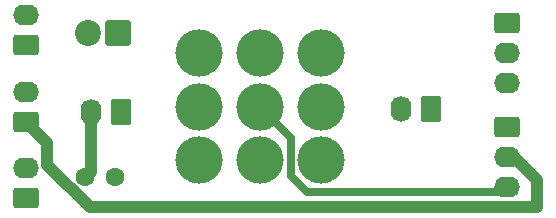
<source format=gbr>
%TF.GenerationSoftware,KiCad,Pcbnew,9.0.2*%
%TF.CreationDate,2025-06-25T15:10:39+01:00*%
%TF.ProjectId,FootSw,466f6f74-5377-42e6-9b69-6361645f7063,V1.1*%
%TF.SameCoordinates,Original*%
%TF.FileFunction,Copper,L1,Top*%
%TF.FilePolarity,Positive*%
%FSLAX46Y46*%
G04 Gerber Fmt 4.6, Leading zero omitted, Abs format (unit mm)*
G04 Created by KiCad (PCBNEW 9.0.2) date 2025-06-25 15:10:39*
%MOMM*%
%LPD*%
G01*
G04 APERTURE LIST*
G04 Aperture macros list*
%AMRoundRect*
0 Rectangle with rounded corners*
0 $1 Rounding radius*
0 $2 $3 $4 $5 $6 $7 $8 $9 X,Y pos of 4 corners*
0 Add a 4 corners polygon primitive as box body*
4,1,4,$2,$3,$4,$5,$6,$7,$8,$9,$2,$3,0*
0 Add four circle primitives for the rounded corners*
1,1,$1+$1,$2,$3*
1,1,$1+$1,$4,$5*
1,1,$1+$1,$6,$7*
1,1,$1+$1,$8,$9*
0 Add four rect primitives between the rounded corners*
20,1,$1+$1,$2,$3,$4,$5,0*
20,1,$1+$1,$4,$5,$6,$7,0*
20,1,$1+$1,$6,$7,$8,$9,0*
20,1,$1+$1,$8,$9,$2,$3,0*%
G04 Aperture macros list end*
%TA.AperFunction,ComponentPad*%
%ADD10O,2.190000X1.740000*%
%TD*%
%TA.AperFunction,ComponentPad*%
%ADD11RoundRect,0.250000X0.845000X-0.620000X0.845000X0.620000X-0.845000X0.620000X-0.845000X-0.620000X0*%
%TD*%
%TA.AperFunction,ComponentPad*%
%ADD12C,1.600000*%
%TD*%
%TA.AperFunction,ComponentPad*%
%ADD13RoundRect,0.249999X0.850001X0.850001X-0.850001X0.850001X-0.850001X-0.850001X0.850001X-0.850001X0*%
%TD*%
%TA.AperFunction,ComponentPad*%
%ADD14C,2.200000*%
%TD*%
%TA.AperFunction,ComponentPad*%
%ADD15C,4.000000*%
%TD*%
%TA.AperFunction,ComponentPad*%
%ADD16RoundRect,0.250000X0.620000X0.845000X-0.620000X0.845000X-0.620000X-0.845000X0.620000X-0.845000X0*%
%TD*%
%TA.AperFunction,ComponentPad*%
%ADD17O,1.740000X2.190000*%
%TD*%
%TA.AperFunction,ComponentPad*%
%ADD18RoundRect,0.250000X-0.845000X0.620000X-0.845000X-0.620000X0.845000X-0.620000X0.845000X0.620000X0*%
%TD*%
%TA.AperFunction,Conductor*%
%ADD19C,0.700000*%
%TD*%
%TA.AperFunction,Conductor*%
%ADD20C,1.000000*%
%TD*%
G04 APERTURE END LIST*
D10*
%TO.P,J8,2,Pin_2*%
%TO.N,Net-(D2-K)*%
X59500000Y-64210000D03*
D11*
%TO.P,J8,1,Pin_1*%
%TO.N,GND*%
X59500000Y-66750000D03*
%TD*%
D12*
%TO.P,R1,1*%
%TO.N,Net-(R1-Pad1)*%
X67045000Y-65000000D03*
%TO.P,R1,2*%
%TO.N,Net-(J5-Pin_2)*%
X64505000Y-65000000D03*
%TD*%
D13*
%TO.P,D2,1,K*%
%TO.N,Net-(D2-K)*%
X67250000Y-52750000D03*
D14*
%TO.P,D2,2,A*%
%TO.N,Net-(D2-A)*%
X64710000Y-52750000D03*
%TD*%
D15*
%TO.P,SW1,A1,A*%
%TO.N,Net-(D2-K)*%
X74100000Y-54500000D03*
%TO.P,SW1,A2,B*%
%TO.N,Net-(R1-Pad1)*%
X74100000Y-59000000D03*
%TO.P,SW1,A3,C*%
%TO.N,unconnected-(SW1-C-PadA3)*%
X74100000Y-63500000D03*
%TO.P,SW1,B1,A*%
%TO.N,Net-(J7-Pin_2)*%
X79300000Y-54500000D03*
%TO.P,SW1,B2,B*%
%TO.N,Net-(J1-Pin_3)*%
X79300000Y-59000000D03*
%TO.P,SW1,B3,C*%
%TO.N,Net-(SW1-C-PadB3)*%
X79300000Y-63500000D03*
%TO.P,SW1,C1,A*%
%TO.N,Net-(J7-Pin_3)*%
X84500000Y-54500000D03*
%TO.P,SW1,C2,B*%
%TO.N,Net-(J2-Pin_2)*%
X84500000Y-59000000D03*
%TO.P,SW1,C3,C*%
%TO.N,Net-(SW1-C-PadB3)*%
X84500000Y-63500000D03*
%TD*%
D11*
%TO.P,J9,1,Pin_1*%
%TO.N,Net-(J1-Pin_2)*%
X59500000Y-60290000D03*
D10*
%TO.P,J9,2,Pin_2*%
%TO.N,Net-(D2-A)*%
X59500000Y-57750000D03*
%TD*%
D16*
%TO.P,J5,1,Pin_1*%
%TO.N,GND*%
X67500000Y-59500000D03*
D17*
%TO.P,J5,2,Pin_2*%
%TO.N,Net-(J5-Pin_2)*%
X64960000Y-59500000D03*
%TD*%
D11*
%TO.P,J4,1,Pin_1*%
%TO.N,Net-(J1-Pin_2)*%
X59500000Y-53800000D03*
D10*
%TO.P,J4,2,Pin_2*%
%TO.N,Net-(D2-K)*%
X59500000Y-51260000D03*
%TD*%
D18*
%TO.P,J1,1,Pin_1*%
%TO.N,GND*%
X100250000Y-60750000D03*
D10*
%TO.P,J1,2,Pin_2*%
%TO.N,Net-(J1-Pin_2)*%
X100250000Y-63290000D03*
%TO.P,J1,3,Pin_3*%
%TO.N,Net-(J1-Pin_3)*%
X100250000Y-65830000D03*
%TD*%
D18*
%TO.P,J7,1,Pin_1*%
%TO.N,GND*%
X100250000Y-51920000D03*
D10*
%TO.P,J7,2,Pin_2*%
%TO.N,Net-(J7-Pin_2)*%
X100250000Y-54460000D03*
%TO.P,J7,3,Pin_3*%
%TO.N,Net-(J7-Pin_3)*%
X100250000Y-57000000D03*
%TD*%
D16*
%TO.P,J2,1,Pin_1*%
%TO.N,GND*%
X93750000Y-59170000D03*
D17*
%TO.P,J2,2,Pin_2*%
%TO.N,Net-(J2-Pin_2)*%
X91210000Y-59170000D03*
%TD*%
D19*
%TO.N,Net-(J1-Pin_3)*%
X79300000Y-59000000D02*
X81949000Y-61649000D01*
X81949000Y-61649000D02*
X81949000Y-64849000D01*
X81949000Y-64849000D02*
X83300000Y-66200000D01*
X99880000Y-66200000D02*
X100250000Y-65830000D01*
X83300000Y-66200000D02*
X99880000Y-66200000D01*
D20*
%TO.N,Net-(J5-Pin_2)*%
X64960000Y-59500000D02*
X64960000Y-64545000D01*
X64960000Y-64545000D02*
X64505000Y-65000000D01*
%TO.N,Net-(J1-Pin_2)*%
X59500000Y-60290000D02*
X61296000Y-62086000D01*
X61296000Y-62086000D02*
X61296000Y-63913735D01*
X61296000Y-63913735D02*
X64881265Y-67499000D01*
X102750000Y-67499000D02*
X102750000Y-65250000D01*
X100790000Y-63290000D02*
X100250000Y-63290000D01*
X64881265Y-67499000D02*
X102750000Y-67499000D01*
X102750000Y-65250000D02*
X100790000Y-63290000D01*
%TD*%
M02*

</source>
